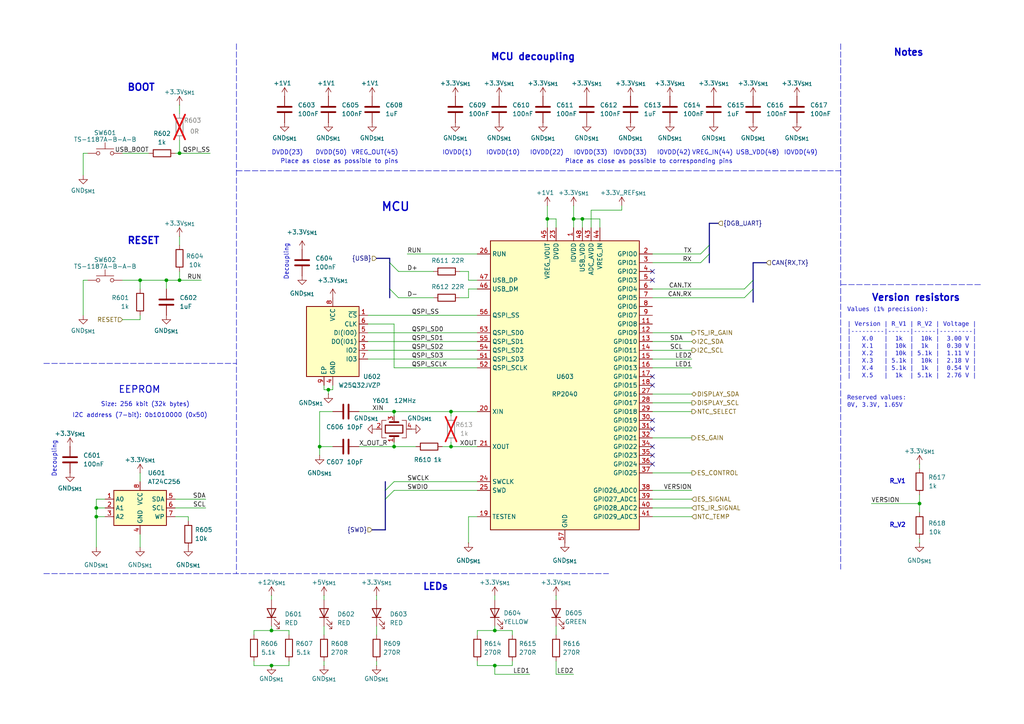
<source format=kicad_sch>
(kicad_sch (version 20231120) (generator "eeschema") (generator_version "8.0")
  (paper "A4")
  (title_block (title "Sensor multi-board") (date "2024-06-17") (rev "${VERSION}") (company "TrendBit s.r.o.") (comment 1 "Designed by: Petr Malaník"))
  (junction (at 143.51 193.04))
  (junction (at 168.91 63.5))
  (junction (at 166.37 63.5))
  (junction (at 130.81 129.54))
  (junction (at 27.94 149.86))
  (junction (at 114.3 119.38))
  (junction (at 52.07 81.28))
  (junction (at 52.07 44.45))
  (junction (at 266.7 146.05))
  (junction (at 92.71 129.54))
  (junction (at 143.51 182.88))
  (junction (at 95.25 113.03))
  (junction (at 78.74 193.04))
  (junction (at 130.81 119.38))
  (junction (at 27.94 147.32))
  (junction (at 78.74 182.88))
  (junction (at 158.75 63.5))
  (junction (at 48.26 81.28))
  (junction (at 40.64 81.28))
  (junction (at 114.3 129.54))
  (no_connect (at 189.23 111.76))
  (no_connect (at 189.23 124.46))
  (no_connect (at 189.23 81.28))
  (no_connect (at 189.23 78.74))
  (no_connect (at 189.23 109.22))
  (no_connect (at 189.23 132.08))
  (no_connect (at 189.23 134.62))
  (no_connect (at 189.23 121.92))
  (no_connect (at 189.23 129.54))
  (bus_entry (at 218.44 83.82) (size -2.54 2.54))
  (bus_entry (at 113.03 83.82) (size 2.54 2.54))
  (bus_entry (at 111.76 144.78) (size 2.54 -2.54))
  (bus_entry (at 113.03 76.2) (size 2.54 2.54))
  (bus_entry (at 205.74 73.66) (size -2.54 2.54))
  (bus_entry (at 111.76 142.24) (size 2.54 -2.54))
  (bus_entry (at 205.74 71.12) (size -2.54 2.54))
  (bus_entry (at 218.44 81.28) (size -2.54 2.54))
  (wire (pts (xy 138.43 193.04) (xy 138.43 191.77)))
  (wire (pts (xy 189.23 83.82) (xy 215.9 83.82)))
  (wire (pts (xy 52.07 78.74) (xy 52.07 81.28)))
  (wire (pts (xy 148.59 182.88) (xy 143.51 182.88)))
  (wire (pts (xy 166.37 63.5) (xy 168.91 63.5)))
  (wire (pts (xy 27.94 149.86) (xy 27.94 158.75)))
  (wire (pts (xy 50.8 147.32) (xy 59.69 147.32)))
  (wire (pts (xy 93.98 113.03) (xy 95.25 113.03)))
  (wire (pts (xy 189.23 137.16) (xy 200.66 137.16)))
  (wire (pts (xy 78.74 172.72) (xy 78.74 173.99)))
  (wire (pts (xy 109.22 172.72) (xy 109.22 173.99)))
  (bus (pts (xy 111.76 142.24) (xy 111.76 144.78)))
  (wire (pts (xy 266.7 143.51) (xy 266.7 146.05)))
  (wire (pts (xy 143.51 193.04) (xy 143.51 195.58)))
  (wire (pts (xy 106.68 93.98) (xy 114.3 93.98)))
  (wire (pts (xy 83.82 193.04) (xy 83.82 191.77)))
  (wire (pts (xy 266.7 146.05) (xy 266.7 148.59)))
  (bus (pts (xy 218.44 83.82) (xy 218.44 87.63)))
  (wire (pts (xy 143.51 182.88) (xy 143.51 181.61)))
  (wire (pts (xy 135.89 149.86) (xy 135.89 157.48)))
  (bus (pts (xy 111.76 144.78) (xy 111.76 153.67)))
  (wire (pts (xy 27.94 147.32) (xy 30.48 147.32)))
  (polyline (pts (xy 68.58 49.53) (xy 243.84 49.53)) (stroke (width 0) (type dash)))
  (wire (pts (xy 148.59 193.04) (xy 143.51 193.04)))
  (wire (pts (xy 52.07 30.48) (xy 52.07 33.02)))
  (wire (pts (xy 48.26 81.28) (xy 52.07 81.28)))
  (wire (pts (xy 114.3 93.98) (xy 114.3 106.68)))
  (wire (pts (xy 114.3 129.54) (xy 120.65 129.54)))
  (wire (pts (xy 114.3 119.38) (xy 114.3 120.65)))
  (wire (pts (xy 92.71 119.38) (xy 92.71 129.54)))
  (wire (pts (xy 266.7 134.62) (xy 266.7 135.89)))
  (wire (pts (xy 40.64 154.94) (xy 40.64 158.75)))
  (wire (pts (xy 96.52 111.76) (xy 96.52 113.03)))
  (wire (pts (xy 171.45 60.96) (xy 171.45 66.04)))
  (wire (pts (xy 104.14 119.38) (xy 114.3 119.38)))
  (wire (pts (xy 109.22 181.61) (xy 109.22 184.15)))
  (wire (pts (xy 180.34 59.69) (xy 180.34 60.96)))
  (wire (pts (xy 106.68 96.52) (xy 138.43 96.52)))
  (wire (pts (xy 133.35 78.74) (xy 135.89 78.74)))
  (wire (pts (xy 148.59 191.77) (xy 148.59 193.04)))
  (polyline (pts (xy 243.84 12.7) (xy 243.84 165.1)) (stroke (width 0) (type dash)))
  (wire (pts (xy 115.57 86.36) (xy 125.73 86.36)))
  (bus (pts (xy 218.44 81.28) (xy 218.44 83.82)))
  (wire (pts (xy 158.75 59.69) (xy 158.75 63.5)))
  (wire (pts (xy 135.89 83.82) (xy 135.89 86.36)))
  (wire (pts (xy 24.13 81.28) (xy 25.4 81.28)))
  (wire (pts (xy 73.66 182.88) (xy 73.66 184.15)))
  (wire (pts (xy 138.43 182.88) (xy 138.43 184.15)))
  (wire (pts (xy 114.3 139.7) (xy 138.43 139.7)))
  (wire (pts (xy 115.57 78.74) (xy 125.73 78.74)))
  (wire (pts (xy 148.59 184.15) (xy 148.59 182.88)))
  (bus (pts (xy 205.74 73.66) (xy 205.74 76.2)))
  (wire (pts (xy 189.23 144.78) (xy 200.66 144.78)))
  (wire (pts (xy 83.82 193.04) (xy 78.74 193.04)))
  (wire (pts (xy 93.98 172.72) (xy 93.98 173.99)))
  (wire (pts (xy 114.3 119.38) (xy 130.81 119.38)))
  (bus (pts (xy 107.95 153.67) (xy 111.76 153.67)))
  (wire (pts (xy 158.75 63.5) (xy 161.29 63.5)))
  (bus (pts (xy 208.28 64.77) (xy 205.74 64.77)))
  (wire (pts (xy 40.64 81.28) (xy 48.26 81.28)))
  (wire (pts (xy 106.68 101.6) (xy 138.43 101.6)))
  (wire (pts (xy 189.23 142.24) (xy 200.66 142.24)))
  (wire (pts (xy 25.4 44.45) (xy 24.13 44.45)))
  (wire (pts (xy 114.3 128.27) (xy 114.3 129.54)))
  (wire (pts (xy 54.61 149.86) (xy 54.61 151.13)))
  (wire (pts (xy 106.68 104.14) (xy 138.43 104.14)))
  (bus (pts (xy 113.03 83.82) (xy 113.03 86.36)))
  (wire (pts (xy 24.13 44.45) (xy 24.13 50.8)))
  (wire (pts (xy 189.23 99.06) (xy 200.66 99.06)))
  (wire (pts (xy 189.23 101.6) (xy 200.66 101.6)))
  (polyline (pts (xy 12.7 166.37) (xy 176.53 166.37)) (stroke (width 0) (type dash)))
  (wire (pts (xy 128.27 129.54) (xy 130.81 129.54)))
  (wire (pts (xy 96.52 113.03) (xy 95.25 113.03)))
  (wire (pts (xy 138.43 149.86) (xy 135.89 149.86)))
  (wire (pts (xy 161.29 191.77) (xy 161.29 195.58)))
  (wire (pts (xy 40.64 137.16) (xy 40.64 139.7)))
  (wire (pts (xy 73.66 193.04) (xy 73.66 191.77)))
  (wire (pts (xy 78.74 182.88) (xy 78.74 181.61)))
  (wire (pts (xy 109.22 191.77) (xy 109.22 193.04)))
  (bus (pts (xy 111.76 139.7) (xy 111.76 142.24)))
  (wire (pts (xy 52.07 81.28) (xy 58.42 81.28)))
  (wire (pts (xy 78.74 182.88) (xy 83.82 182.88)))
  (wire (pts (xy 130.81 119.38) (xy 138.43 119.38)))
  (wire (pts (xy 27.94 144.78) (xy 27.94 147.32)))
  (wire (pts (xy 35.56 92.71) (xy 40.64 92.71)))
  (wire (pts (xy 166.37 59.69) (xy 166.37 63.5)))
  (wire (pts (xy 92.71 129.54) (xy 96.52 129.54)))
  (bus (pts (xy 113.03 76.2) (xy 113.03 83.82)))
  (polyline (pts (xy 243.84 82.55) (xy 284.48 82.55)) (stroke (width 0) (type dash)))
  (wire (pts (xy 35.56 81.28) (xy 40.64 81.28)))
  (bus (pts (xy 218.44 76.2) (xy 218.44 81.28)))
  (wire (pts (xy 114.3 142.24) (xy 138.43 142.24)))
  (wire (pts (xy 168.91 63.5) (xy 168.91 66.04)))
  (wire (pts (xy 161.29 66.04) (xy 161.29 63.5)))
  (wire (pts (xy 138.43 182.88) (xy 143.51 182.88)))
  (wire (pts (xy 93.98 111.76) (xy 93.98 113.03)))
  (wire (pts (xy 153.67 195.58) (xy 143.51 195.58)))
  (wire (pts (xy 40.64 92.71) (xy 40.64 91.44)))
  (wire (pts (xy 161.29 181.61) (xy 161.29 184.15)))
  (wire (pts (xy 189.23 104.14) (xy 200.66 104.14)))
  (wire (pts (xy 200.66 119.38) (xy 189.23 119.38)))
  (wire (pts (xy 73.66 182.88) (xy 78.74 182.88)))
  (wire (pts (xy 114.3 106.68) (xy 138.43 106.68)))
  (wire (pts (xy 130.81 128.27) (xy 130.81 129.54)))
  (wire (pts (xy 180.34 60.96) (xy 171.45 60.96)))
  (polyline (pts (xy 12.7 105.41) (xy 68.58 105.41)) (stroke (width 0) (type dash)))
  (wire (pts (xy 50.8 149.86) (xy 54.61 149.86)))
  (bus (pts (xy 113.03 74.93) (xy 113.03 76.2)))
  (wire (pts (xy 138.43 81.28) (xy 135.89 81.28)))
  (wire (pts (xy 93.98 181.61) (xy 93.98 184.15)))
  (wire (pts (xy 130.81 119.38) (xy 130.81 120.65)))
  (wire (pts (xy 40.64 83.82) (xy 40.64 81.28)))
  (wire (pts (xy 135.89 81.28) (xy 135.89 78.74)))
  (wire (pts (xy 138.43 83.82) (xy 135.89 83.82)))
  (wire (pts (xy 189.23 76.2) (xy 203.2 76.2)))
  (wire (pts (xy 189.23 116.84) (xy 200.66 116.84)))
  (wire (pts (xy 200.66 96.52) (xy 189.23 96.52)))
  (wire (pts (xy 266.7 156.21) (xy 266.7 157.48)))
  (wire (pts (xy 52.07 40.64) (xy 52.07 44.45)))
  (bus (pts (xy 205.74 64.77) (xy 205.74 71.12)))
  (wire (pts (xy 189.23 149.86) (xy 200.66 149.86)))
  (wire (pts (xy 50.8 44.45) (xy 52.07 44.45)))
  (wire (pts (xy 24.13 81.28) (xy 24.13 91.44)))
  (wire (pts (xy 173.99 66.04) (xy 173.99 63.5)))
  (wire (pts (xy 104.14 129.54) (xy 114.3 129.54)))
  (wire (pts (xy 48.26 81.28) (xy 48.26 83.82)))
  (bus (pts (xy 222.25 76.2) (xy 218.44 76.2)))
  (wire (pts (xy 166.37 195.58) (xy 161.29 195.58)))
  (wire (pts (xy 168.91 63.5) (xy 173.99 63.5)))
  (wire (pts (xy 92.71 129.54) (xy 92.71 132.08)))
  (wire (pts (xy 106.68 99.06) (xy 138.43 99.06)))
  (wire (pts (xy 189.23 86.36) (xy 215.9 86.36)))
  (wire (pts (xy 27.94 147.32) (xy 27.94 149.86)))
  (wire (pts (xy 252.73 146.05) (xy 266.7 146.05)))
  (wire (pts (xy 106.68 91.44) (xy 138.43 91.44)))
  (wire (pts (xy 189.23 106.68) (xy 200.66 106.68)))
  (wire (pts (xy 52.07 68.58) (xy 52.07 71.12)))
  (wire (pts (xy 83.82 182.88) (xy 83.82 184.15)))
  (wire (pts (xy 189.23 73.66) (xy 203.2 73.66)))
  (wire (pts (xy 189.23 127) (xy 200.66 127)))
  (wire (pts (xy 130.81 129.54) (xy 138.43 129.54)))
  (wire (pts (xy 118.11 73.66) (xy 138.43 73.66)))
  (wire (pts (xy 161.29 172.72) (xy 161.29 173.99)))
  (wire (pts (xy 73.66 193.04) (xy 78.74 193.04)))
  (wire (pts (xy 189.23 114.3) (xy 200.66 114.3)))
  (bus (pts (xy 205.74 71.12) (xy 205.74 73.66)))
  (wire (pts (xy 143.51 172.72) (xy 143.51 173.99)))
  (wire (pts (xy 27.94 149.86) (xy 30.48 149.86)))
  (wire (pts (xy 96.52 119.38) (xy 92.71 119.38)))
  (wire (pts (xy 35.56 44.45) (xy 43.18 44.45)))
  (wire (pts (xy 189.23 147.32) (xy 200.66 147.32)))
  (wire (pts (xy 158.75 63.5) (xy 158.75 66.04)))
  (wire (pts (xy 135.89 86.36) (xy 133.35 86.36)))
  (wire (pts (xy 166.37 66.04) (xy 166.37 63.5)))
  (wire (pts (xy 138.43 193.04) (xy 143.51 193.04)))
  (wire (pts (xy 93.98 191.77) (xy 93.98 193.04)))
  (wire (pts (xy 52.07 44.45) (xy 60.96 44.45)))
  (bus (pts (xy 109.22 74.93) (xy 113.03 74.93)))
  (wire (pts (xy 30.48 144.78) (xy 27.94 144.78)))
  (polyline (pts (xy 68.58 12.7) (xy 68.58 166.37)) (stroke (width 0) (type dash)))
  (wire (pts (xy 95.25 113.03) (xy 95.25 114.3)))
  (wire (pts (xy 50.8 144.78) (xy 59.69 144.78)))
  (text "DVDD(50)" (at 91.44 45.085 0) (effects (font (size 1.27 1.27)) (justify left bottom)))
  (text "R_V2" (at 260.35 152.4 0) (effects (font (size 1.27 1.27) (bold yes))))
  (text "IOVDD(22)" (at 153.67 45.085 0) (effects (font (size 1.27 1.27)) (justify left bottom)))
  (text "BOOT" (at 36.83 26.67 0) (effects (font (size 2 2) (thickness 0.4) (bold yes)) (justify left bottom)))
  (text "USB_VDD(48)" (at 213.36 45.085 0) (effects (font (size 1.27 1.27)) (justify left bottom)))
  (text "IOVDD(1)" (at 128.27 45.085 0) (effects (font (size 1.27 1.27)) (justify left bottom)))
  (text "EEPROM" (at 34.29 114.3 0) (effects (font (size 2 2) (thickness 0.254) (bold yes)) (justify left bottom)))
  (text "MCU" (at 110.49 61.595 0) (effects (font (size 2.5 2.5) (thickness 0.4) (bold yes)) (justify left bottom)))
  (text "I2C address (7-bit): 0b1010000 (0x50)" (at 20.955 121.285 0) (effects (font (size 1.27 1.27)) (justify left bottom)))
  (text "IOVDD(33)" (at 166.37 45.085 0) (effects (font (size 1.27 1.27)) (justify left bottom)))
  (text "Version resistors" (at 252.73 87.63 0) (effects (font (size 2 2) (thickness 0.4) (bold yes)) (justify left bottom)))
  (text "R_V1" (at 260.35 139.7 0) (effects (font (size 1.27 1.27) (bold yes))))
  (text "IOVDD(42)" (at 190.5 45.085 0) (effects (font (size 1.27 1.27)) (justify left bottom)))
  (text "VREG_OUT(45)" (at 115.57 45.085 0) (effects (font (size 1.27 1.27)) (justify right bottom)))
  (text "Decoupling" (at 83.82 81.28 90) (effects (font (size 1.27 1.27)) (justify left bottom)))
  (text "VREG_IN(44)" (at 200.66 45.085 0) (effects (font (size 1.27 1.27)) (justify left bottom)))
  (text "Decoupling" (at 16.51 138.43 90) (effects (font (size 1.27 1.27)) (justify left bottom)))
  (text "IOVDD(49)" (at 227.33 45.085 0) (effects (font (size 1.27 1.27)) (justify left bottom)))
  (text "Place as close as possible to pins" (at 81.28 47.625 0) (effects (font (size 1.27 1.27)) (justify left bottom)))
  (text "IOVDD(33)" (at 177.8 45.085 0) (effects (font (size 1.27 1.27)) (justify left bottom)))
  (text "Values (1% precision):\n\n| Version | R_V1 | R_V2 | Voltage |\n|---------|------|------|---------|\n|   X.0   |  1k  |  10k |  3.00 V |\n|   X.1   |  10k |  1k  |  0.30 V |\n|   X.2   |  10k | 5.1k |  1.11 V |\n|   X.3   | 5.1k |  10k |  2.18 V |\n|   X.4   | 5.1k |  1k  |  0.54 V |\n|   X.5   |  1k  | 5.1k |  2.76 V |\n\n\nReserved values:\n0V, 3.3V, 1.65V" (at 245.745 118.745 0) (effects (font (size 1.27 1.27)) (justify left bottom)))
  (text "Notes" (at 259.08 16.51 0) (effects (font (size 2 2) (thickness 0.4) (bold yes)) (justify left bottom)))
  (text "Size: 256 kbit (32k bytes)" (at 29.21 118.11 0) (effects (font (size 1.27 1.27)) (justify left bottom)))
  (text "LEDs" (at 122.555 171.45 0) (effects (font (size 2 2) (thickness 0.4) (bold yes)) (justify left bottom)))
  (text "DVDD(23)" (at 78.74 45.085 0) (effects (font (size 1.27 1.27)) (justify left bottom)))
  (text "MCU decoupling" (at 142.24 17.78 0) (effects (font (size 2 2) (thickness 0.4) (bold yes)) (justify left bottom)))
  (text "RESET" (at 36.83 71.12 0) (effects (font (size 2 2) (thickness 0.4) (bold yes)) (justify left bottom)))
  (text "Place as close as possible to corresponding pins" (at 163.83 47.625 0) (effects (font (size 1.27 1.27)) (justify left bottom)))
  (text "IOVDD(10)" (at 140.97 45.085 0) (effects (font (size 1.27 1.27)) (justify left bottom)))
  (label "SWDIO" (at 118.11 142.24 0))
  (label "D-" (at 118.11 86.36 0))
  (label "RUN" (at 118.11 73.66 0))
  (label "LED2" (at 166.37 195.58 180))
  (label "QSPI_SD1" (at 119.38 99.06 0))
  (label "SDA" (at 59.69 144.78 180))
  (label "X_OUT_R" (at 104.14 129.54 0))
  (label "SWCLK" (at 118.11 139.7 0))
  (label "CAN.RX" (at 200.66 86.36 180))
  (label "SCL" (at 194.31 101.6 0))
  (label "CAN.TX" (at 200.66 83.82 180))
  (label "LED1" (at 153.67 195.58 180))
  (label "QSPI_SCLK" (at 119.38 106.68 0))
  (label "QSPI_SS" (at 119.38 91.44 0))
  (label "TX" (at 200.66 73.66 180))
  (label "RX" (at 200.66 76.2 180))
  (label "XOUT" (at 133.35 129.54 0))
  (label "LED2" (at 200.66 104.14 180))
  (label "QSPI_SD3" (at 119.38 104.14 0))
  (label "D+" (at 118.11 78.74 0))
  (label "QSPI_SD2" (at 119.38 101.6 0))
  (label "SCL" (at 59.69 147.32 180))
  (label "QSPI_SS" (at 60.96 44.45 180))
  (label "RUN" (at 58.42 81.28 180))
  (label "VERSION" (at 200.66 142.24 180))
  (label "SDA" (at 194.31 99.06 0))
  (label "QSPI_SD0" (at 119.38 96.52 0))
  (label "LED1" (at 200.66 106.68 180))
  (label "VERSION" (at 252.73 146.05 0))
  (label "USB_BOOT" (at 43.18 44.45 180))
  (label "XIN" (at 107.95 119.38 0))
  (hierarchical_label "TS_IR_SIGNAL" (shape input) (at 200.66 147.32 0))
  (hierarchical_label "ES_SIGNAL" (shape input) (at 200.66 144.78 0))
  (hierarchical_label "{SWD}" (shape input) (at 107.95 153.67 180))
  (hierarchical_label "ES_CONTROL" (shape output) (at 200.66 137.16 0))
  (hierarchical_label "TS_IR_GAIN" (shape output) (at 200.66 96.52 0))
  (hierarchical_label "CAN{RX,TX}" (shape input) (at 222.25 76.2 0))
  (hierarchical_label "I2C_SDA" (shape bidirectional) (at 200.66 99.06 0))
  (hierarchical_label "{DGB_UART}" (shape input) (at 208.28 64.77 0))
  (hierarchical_label "NTC_SELECT" (shape output) (at 200.66 119.38 0))
  (hierarchical_label "I2C_SCL" (shape output) (at 200.66 101.6 0))
  (hierarchical_label "DISPLAY_SCL" (shape output) (at 200.66 116.84 0))
  (hierarchical_label "ES_GAIN" (shape output) (at 200.66 127 0))
  (hierarchical_label "NTC_TEMP" (shape input) (at 200.66 149.86 0))
  (hierarchical_label "RESET" (shape input) (at 35.56 92.71 180))
  (hierarchical_label "DISPLAY_SDA" (shape bidirectional) (at 200.66 114.3 0))
  (hierarchical_label "{USB}" (shape input) (at 109.22 74.93 180))
  (symbol (lib_id "power:+3.3V") (at 52.07 68.58 0) (unit 1)
    (property "Reference" "#PWR0610" (effects (hide yes)))
    (property "Value" "+3.3V_{SM1}" (at 52.07 64.77 0))
    (property "Description" "Power symbol creates a global label with name \"+3.3V\"" (effects (hide yes)))
  )
  (symbol (lib_id "Device:LED") (at 93.98 177.8 90) (unit 1)
    (property "Reference" "D602" (at 97.79 178.1175 90) (effects (justify right)))
    (property "Value" "RED" (at 97.79 180.6575 90) (effects (justify right)))
    (property "Footprint" "LED_SMD:LED_0603_1608Metric" (effects (hide yes)))
    (property "Link" "https://cz.mouser.com/ProductDetail/755-SML-D12V8WT86" (effects (hide yes)))
    (property "MPN" "KT-0603R" (effects (hide yes)))
    (property "JLCPCB" "C2286" (effects (hide yes)))
    (property "MPNA" "SML-D12V8WT86 " (effects (hide yes)))
    (property "Mouser" "https://cz.mouser.com/ProductDetail/ROHM-Semiconductor/SML-D12V8WT86?qs=4kLU8WoGk0uh2PhEoCCv1w%3D%3D" (effects (hide yes)))
    (property "LCSC" "C2286" (effects (hide yes)))
  )
  (symbol (lib_id "power:GND") (at 78.74 193.04 0) (unit 1)
    (property "Reference" "#PWR0613" (effects (hide yes)))
    (property "Value" "GND_{SM1}" (at 78.74 196.85 0))
    (property "Description" "Power symbol creates a global label with name \"GND\" , ground" (effects (hide yes)))
  )
  (symbol (lib_id "power:GND") (at 27.94 158.75 0) (unit 1)
    (property "Reference" "#PWR0605" (effects (hide yes)))
    (property "Value" "GND_{SM1}" (at 27.94 163.83 0))
    (property "Description" "Power symbol creates a global label with name \"GND\" , ground" (effects (hide yes)))
  )
  (symbol (lib_id "Switch:SW_Push") (at 30.48 81.28 0) (unit 1)
    (property "Reference" "SW602" (at 30.48 75.3491 0))
    (property "Value" "TS-1187A-B-A-B" (at 30.48 77.2701 0))
    (property "Footprint" "Button_Switch_SMD:SW_SPST_TL3342" (effects (hide yes)))
    (property "LCSC" "C318884" (effects (hide yes)))
    (property "MPN" "TS-1187A-B-A-B" (effects (hide yes)))
  )
  (symbol (lib_id "Device:C") (at 218.44 31.75 0) (unit 1)
    (property "Reference" "C616" (at 222.25 30.4799 0) (effects (justify left)))
    (property "Value" "100nF" (at 222.25 33.0199 0) (effects (justify left)))
    (property "Footprint" "Capacitor_SMD:C_0603_1608Metric" (effects (hide yes)))
    (property "Description" "Unpolarized capacitor" (effects (hide yes)))
    (property "LCSC" "C14663" (effects (hide yes)))
  )
  (symbol (lib_id "Device:R") (at 93.98 187.96 0) (unit 1)
    (property "Reference" "R608" (at 95.885 186.69 0) (effects (justify left)))
    (property "Value" "270R" (at 95.885 189.23 0) (effects (justify left)))
    (property "Footprint" "Resistor_SMD:R_0603_1608Metric" (effects (hide yes)))
    (property "LCSC" "C22966" (effects (hide yes)))
  )
  (symbol (lib_id "power:GND") (at 207.01 35.56 0) (unit 1)
    (property "Reference" "#PWR0651" (effects (hide yes)))
    (property "Value" "GND_{SM1}" (at 207.01 40.005 0))
    (property "Description" "Power symbol creates a global label with name \"GND\" , ground" (effects (hide yes)))
  )
  (symbol (lib_id "Device:R") (at 83.82 187.96 180) (unit 1)
    (property "Reference" "R607" (at 90.805 186.69 0) (effects (justify left)))
    (property "Value" "5.1k" (at 90.17 189.23 0) (effects (justify left)))
    (property "Footprint" "Resistor_SMD:R_0603_1608Metric" (effects (hide yes)))
    (property "LCSC" "C122969" (effects (hide yes)))
  )
  (symbol (lib_id "power:GND") (at 20.32 137.16 0) (unit 1)
    (property "Reference" "#PWR0602" (effects (hide yes)))
    (property "Value" "GND_{SM1}" (at 20.32 141.605 0))
    (property "Description" "Power symbol creates a global label with name \"GND\" , ground" (effects (hide yes)))
  )
  (symbol (lib_id "Device:R") (at 73.66 187.96 180) (unit 1)
    (property "Reference" "R606" (at 80.645 186.69 0) (effects (justify left)))
    (property "Value" "5.1k" (at 80.01 189.23 0) (effects (justify left)))
    (property "Footprint" "Resistor_SMD:R_0603_1608Metric" (effects (hide yes)))
    (property "LCSC" "C122969" (effects (hide yes)))
  )
  (symbol (lib_id "power:GND") (at 92.71 132.08 0) (unit 1)
    (property "Reference" "#PWR0618" (effects (hide yes)))
    (property "Value" "GND_{SM1}" (at 92.71 137.16 0))
    (property "Description" "Power symbol creates a global label with name \"GND\" , ground" (effects (hide yes)))
  )
  (symbol (lib_id "power:GND") (at 163.83 157.48 0) (unit 1)
    (property "Reference" "#PWR0641" (effects (hide yes)))
    (property "Value" "GND_{SM1}" (at 163.83 162.56 0))
    (property "Description" "Power symbol creates a global label with name \"GND\" , ground" (effects (hide yes)))
  )
  (symbol (lib_id "power:GND") (at 40.64 158.75 0) (unit 1)
    (property "Reference" "#PWR0607" (effects (hide yes)))
    (property "Value" "GND_{SM1}" (at 40.64 163.83 0))
    (property "Description" "Power symbol creates a global label with name \"GND\" , ground" (effects (hide yes)))
  )
  (symbol (lib_id "power:+3.3V") (at 161.29 172.72 0) (unit 1)
    (property "Reference" "#PWR0640" (effects (hide yes)))
    (property "Value" "+3.3V_{SM1}" (at 161.29 168.91 0))
    (property "Description" "Power symbol creates a global label with name \"+3.3V\"" (effects (hide yes)))
  )
  (symbol (lib_id "Device:R") (at 148.59 187.96 0) (unit 1)
    (property "Reference" "R615" (at 150.495 186.69 0) (effects (justify left)))
    (property "Value" "270R" (at 150.495 189.23 0) (effects (justify left)))
    (property "Footprint" "Resistor_SMD:R_0603_1608Metric" (effects (hide yes)))
    (property "LCSC" "C22966" (effects (hide yes)))
  )
  (symbol (lib_id "power:+3.3V") (at 109.22 172.72 0) (unit 1)
    (property "Reference" "#PWR0628" (effects (hide yes)))
    (property "Value" "+3.3V_{SM1}" (at 109.22 168.91 0))
    (property "Description" "Power symbol creates a global label with name \"+3.3V\"" (effects (hide yes)))
  )
  (symbol (lib_name "LED_1") (lib_id "Device:LED") (at 161.29 177.8 90) (unit 1)
    (property "Reference" "D605" (at 163.83 177.8 90) (effects (justify right)))
    (property "Value" "GREEN" (at 163.83 180.34 90) (effects (justify right)))
    (property "Footprint" "LED_SMD:LED_0603_1608Metric" (effects (hide yes)))
    (property "LCSC" "C2986059" (effects (hide yes)))
    (property "MPN" "19-217/GHC-YR1S2/6T" (effects (hide yes)))
  )
  (symbol (lib_id "power:GND") (at 24.13 50.8 0) (unit 1)
    (property "Reference" "#PWR0603" (effects (hide yes)))
    (property "Value" "GND_{SM1}" (at 24.13 55.245 0))
    (property "Description" "Power symbol creates a global label with name \"GND\" , ground" (effects (hide yes)))
  )
  (symbol (lib_id "Device:R") (at 129.54 78.74 270) (mirror x) (unit 1)
    (property "Reference" "R611" (at 125.095 75.565 90) (effects (justify left)))
    (property "Value" "22R" (at 130.81 75.565 90) (effects (justify left)))
    (property "Footprint" "Resistor_SMD:R_0603_1608Metric" (effects (hide yes)))
    (property "LCSC" "C23345" (effects (hide yes)))
  )
  (symbol (lib_id "power:GND") (at 82.55 35.56 0) (unit 1)
    (property "Reference" "#PWR0615" (effects (hide yes)))
    (property "Value" "GND_{SM1}" (at 82.55 40.005 0))
    (property "Description" "Power symbol creates a global label with name \"GND\" , ground" (effects (hide yes)))
  )
  (symbol (lib_id "power:GND") (at 87.63 80.01 0) (unit 1)
    (property "Reference" "#PWR0617" (effects (hide yes)))
    (property "Value" "GND_{SM1}" (at 87.63 85.09 0))
    (property "Description" "Power symbol creates a global label with name \"GND\" , ground" (effects (hide yes)))
  )
  (symbol (lib_id "Device:R") (at 40.64 87.63 180) (unit 1)
    (property "Reference" "R601" (at 37.465 86.36 0) (effects (justify left)))
    (property "Value" "1k" (at 37.465 88.9 0) (effects (justify left)))
    (property "Footprint" "Resistor_SMD:R_0603_1608Metric" (effects (hide yes)))
    (property "LCSC" "C21190" (effects (hide yes)))
  )
  (symbol (lib_id "Device:R") (at 124.46 129.54 270) (mirror x) (unit 1)
    (property "Reference" "R610" (at 120.015 133.35 90) (effects (justify left)))
    (property "Value" "1k" (at 125.73 133.35 90) (effects (justify left)))
    (property "Footprint" "Resistor_SMD:R_0603_1608Metric" (effects (hide yes)))
    (property "LCSC" "C21190" (effects (hide yes)))
  )
  (symbol (lib_id "Device:C") (at 100.33 129.54 90) (unit 1)
    (property "Reference" "C607" (at 99.695 133.985 90) (effects (justify left)))
    (property "Value" "10pF" (at 105.41 133.985 90) (effects (justify left)))
    (property "Footprint" "Capacitor_SMD:C_0603_1608Metric" (effects (hide yes)))
    (property "Description" "Unpolarized capacitor" (effects (hide yes)))
    (property "LCSC" "C1634" (effects (hide yes)))
  )
  (symbol (lib_id "power:+3.3V") (at 87.63 72.39 0) (unit 1)
    (property "Reference" "#PWR0616" (effects (hide yes)))
    (property "Value" "+3.3V_{SM1}" (at 87.63 67.31 0))
    (property "Description" "Power symbol creates a global label with name \"+3.3V\"" (effects (hide yes)))
  )
  (symbol (lib_id "power:+3.3V") (at 20.32 129.54 0) (unit 1)
    (property "Reference" "#PWR0601" (effects (hide yes)))
    (property "Value" "+3.3V_{SM1}" (at 20.32 125.73 0))
    (property "Description" "Power symbol creates a global label with name \"+3.3V\"" (effects (hide yes)))
  )
  (symbol (lib_id "power:GND") (at 144.78 35.56 0) (unit 1)
    (property "Reference" "#PWR0636" (effects (hide yes)))
    (property "Value" "GND_{SM1}" (at 144.78 40.005 0))
    (property "Description" "Power symbol creates a global label with name \"GND\" , ground" (effects (hide yes)))
  )
  (symbol (lib_id "power:+3.3V") (at 194.31 27.94 0) (unit 1)
    (property "Reference" "#PWR0648" (effects (hide yes)))
    (property "Value" "+3.3V_{SM1}" (at 194.31 24.13 0))
    (property "Description" "Power symbol creates a global label with name \"+3.3V\"" (effects (hide yes)))
  )
  (symbol (lib_id "power:+3.3V") (at 144.78 27.94 0) (unit 1)
    (property "Reference" "#PWR0635" (effects (hide yes)))
    (property "Value" "+3.3V_{SM1}" (at 144.78 24.13 0))
    (property "Description" "Power symbol creates a global label with name \"+3.3V\"" (effects (hide yes)))
  )
  (symbol (lib_id "power:+3.3V") (at 182.88 27.94 0) (unit 1)
    (property "Reference" "#PWR0646" (effects (hide yes)))
    (property "Value" "+3.3V_{SM1}" (at 182.88 24.13 0))
    (property "Description" "Power symbol creates a global label with name \"+3.3V\"" (effects (hide yes)))
  )
  (symbol (lib_id "Device:C") (at 95.25 31.75 0) (unit 1)
    (property "Reference" "C605" (at 99.06 30.4799 0) (effects (justify left)))
    (property "Value" "100nF" (at 99.06 33.0199 0) (effects (justify left)))
    (property "Footprint" "Capacitor_SMD:C_0603_1608Metric" (effects (hide yes)))
    (property "Description" "Unpolarized capacitor" (effects (hide yes)))
    (property "LCSC" "C14663" (effects (hide yes)))
  )
  (symbol (lib_id "power:GND") (at 24.13 91.44 0) (unit 1)
    (property "Reference" "#PWR0604" (effects (hide yes)))
    (property "Value" "GND_{SM1}" (at 24.13 95.885 0))
    (property "Description" "Power symbol creates a global label with name \"GND\" , ground" (effects (hide yes)))
  )
  (symbol (lib_id "power:GND") (at 231.14 35.56 0) (unit 1)
    (property "Reference" "#PWR0655" (effects (hide yes)))
    (property "Value" "GND_{SM1}" (at 231.14 40.005 0))
    (property "Description" "Power symbol creates a global label with name \"GND\" , ground" (effects (hide yes)))
  )
  (symbol (lib_id "Memory_EEPROM:CAT24C256") (at 40.64 147.32 0) (unit 1)
    (property "Reference" "U601" (at 42.8341 137.16 0) (effects (justify left)))
    (property "Value" "AT24C256" (at 42.8341 139.7 0) (effects (justify left)))
    (property "Footprint" "Package_SO:SOIC-8_3.9x4.9mm_P1.27mm" (effects (hide yes)))
    (property "Datasheet" "https://www.onsemi.cn/PowerSolutions/document/CAT24C256-D.PDF" (effects (hide yes)))
    (property "Description" "256 kb CMOS Serial EEPROM, DIP-8/SOIC-8/TSSOP-8/DFN-8" (effects (hide yes)))
    (property "LCSC" "C6482" (effects (hide yes)))
    (property "MPN" "AT24C256C-SSHL-T" (effects (hide yes)))
  )
  (symbol (lib_id "Device:C") (at 170.18 31.75 0) (unit 1)
    (property "Reference" "C612" (at 173.99 30.4799 0) (effects (justify left)))
    (property "Value" "100nF" (at 173.99 33.0199 0) (effects (justify left)))
    (property "Footprint" "Capacitor_SMD:C_0603_1608Metric" (effects (hide yes)))
    (property "Description" "Unpolarized capacitor" (effects (hide yes)))
    (property "LCSC" "C14663" (effects (hide yes)))
  )
  (symbol (lib_id "power:GND") (at 132.08 35.56 0) (unit 1)
    (property "Reference" "#PWR0632" (effects (hide yes)))
    (property "Value" "GND_{SM1}" (at 132.08 40.005 0))
    (property "Description" "Power symbol creates a global label with name \"GND\" , ground" (effects (hide yes)))
  )
  (symbol (lib_id "Device:C") (at 182.88 31.75 0) (unit 1)
    (property "Reference" "C613" (at 186.69 30.4799 0) (effects (justify left)))
    (property "Value" "1uF" (at 186.69 33.0199 0) (effects (justify left)))
    (property "Footprint" "Capacitor_SMD:C_0603_1608Metric" (effects (hide yes)))
    (property "Description" "Unpolarized capacitor" (effects (hide yes)))
    (property "LCSC" "C15849" (effects (hide yes)))
  )
  (symbol (lib_id "Device:R") (at 266.7 139.7 0) (mirror y) (unit 1)
    (property "Reference" "R617" (at 274.32 138.43 0) (effects (justify left)))
    (property "Value" "1k" (at 271.78 140.97 0) (effects (justify left)))
    (property "Footprint" "Resistor_SMD:R_0603_1608Metric" (effects (hide yes)))
    (property "LCSC" "C21190" (effects (hide yes)))
  )
  (symbol (lib_id "power:GND") (at 109.22 193.04 0) (unit 1)
    (property "Reference" "#PWR0629" (effects (hide yes)))
    (property "Value" "GND_{SM1}" (at 109.22 196.85 0))
    (property "Description" "Power symbol creates a global label with name \"GND\" , ground" (effects (hide yes)))
  )
  (symbol (lib_id "Device:C") (at 100.33 119.38 90) (unit 1)
    (property "Reference" "C606" (at 99.695 123.825 90) (effects (justify left)))
    (property "Value" "10pF" (at 105.41 123.825 90) (effects (justify left)))
    (property "Footprint" "Capacitor_SMD:C_0603_1608Metric" (effects (hide yes)))
    (property "Description" "Unpolarized capacitor" (effects (hide yes)))
    (property "LCSC" "C1634" (effects (hide yes)))
  )
  (symbol (lib_id "Device:C") (at 107.95 31.75 0) (unit 1)
    (property "Reference" "C608" (at 111.76 30.4799 0) (effects (justify left)))
    (property "Value" "1uF" (at 111.76 33.0199 0) (effects (justify left)))
    (property "Footprint" "Capacitor_SMD:C_0603_1608Metric" (effects (hide yes)))
    (property "Description" "Unpolarized capacitor" (effects (hide yes)))
    (property "LCSC" "C15849" (effects (hide yes)))
  )
  (symbol (lib_id "power:GND") (at 109.22 124.46 270) (unit 1)
    (property "Reference" "#PWR0627" (effects (hide yes)))
    (property "Value" "GND_{SM1}" (at 109.855 121.285 90) (effects (justify right)))
    (property "Description" "Power symbol creates a global label with name \"GND\" , ground" (effects (hide yes)))
  )
  (symbol (lib_id "Device:C") (at 194.31 31.75 0) (unit 1)
    (property "Reference" "C614" (at 198.12 30.4799 0) (effects (justify left)))
    (property "Value" "100nF" (at 198.12 33.0199 0) (effects (justify left)))
    (property "Footprint" "Capacitor_SMD:C_0603_1608Metric" (effects (hide yes)))
    (property "Description" "Unpolarized capacitor" (effects (hide yes)))
    (property "LCSC" "C14663" (effects (hide yes)))
  )
  (symbol (lib_id "power:GND") (at 48.26 91.44 0) (unit 1)
    (property "Reference" "#PWR0608" (effects (hide yes)))
    (property "Value" "GND_{SM1}" (at 48.26 95.885 0))
    (property "Description" "Power symbol creates a global label with name \"GND\" , ground" (effects (hide yes)))
  )
  (symbol (lib_id "power:+5V") (at 93.98 172.72 0) (unit 1)
    (property "Reference" "#PWR0619" (effects (hide yes)))
    (property "Value" "+5V_{SM1}" (at 93.98 168.91 0))
    (property "Description" "Power symbol creates a global label with name \"+5V\"" (effects (hide yes)))
  )
  (symbol (lib_id "Device:R") (at 130.81 124.46 0) (mirror y) (unit 1) (in_bom no) (dnp yes)
    (property "Reference" "R613" (at 137.16 123.19 0) (effects (justify left)))
    (property "Value" "1k" (at 135.89 125.73 0) (effects (justify left)))
    (property "Footprint" "Resistor_SMD:R_0603_1608Metric" (effects (hide yes)))
    (property "LCSC" "C21190" (effects (hide yes)))
  )
  (symbol (lib_id "power:GND") (at 157.48 35.56 0) (unit 1)
    (property "Reference" "#PWR0638" (effects (hide yes)))
    (property "Value" "GND_{SM1}" (at 157.48 40.005 0))
    (property "Description" "Power symbol creates a global label with name \"GND\" , ground" (effects (hide yes)))
  )
  (symbol (lib_id "power:+3.3V") (at 157.48 27.94 0) (unit 1)
    (property "Reference" "#PWR0637" (effects (hide yes)))
    (property "Value" "+3.3V_{SM1}" (at 157.48 24.13 0))
    (property "Description" "Power symbol creates a global label with name \"+3.3V\"" (effects (hide yes)))
  )
  (symbol (lib_id "power:GND") (at 95.25 114.3 0) (unit 1)
    (property "Reference" "#PWR0623" (effects (hide yes)))
    (property "Value" "GND_{SM1}" (at 90.17 116.84 0))
    (property "Description" "Power symbol creates a global label with name \"GND\" , ground" (effects (hide yes)))
  )
  (symbol (lib_id "power:+1V1") (at 158.75 59.69 0) (unit 1)
    (property "Reference" "#PWR0639" (effects (hide yes)))
    (property "Value" "+1V1" (at 158.115 55.88 0))
    (property "Description" "Power symbol creates a global label with name \"+1V1\"" (effects (hide yes)))
  )
  (symbol (lib_id "power:+3.3V") (at 207.01 27.94 0) (unit 1)
    (property "Reference" "#PWR0650" (effects (hide yes)))
    (property "Value" "+3.3V_{SM1}" (at 207.01 24.13 0))
    (property "Description" "Power symbol creates a global label with name \"+3.3V\"" (effects (hide yes)))
  )
  (symbol (lib_id "power:+3.3V") (at 266.7 134.62 0) (unit 1)
    (property "Reference" "#PWR0656" (effects (hide yes)))
    (property "Value" "+3.3V_{SM1}" (at 266.7 130.81 0))
    (property "Description" "Power symbol creates a global label with name \"+3.3V\"" (effects (hide yes)))
  )
  (symbol (lib_id "power:+3.3V") (at 218.44 27.94 0) (unit 1)
    (property "Reference" "#PWR0652" (effects (hide yes)))
    (property "Value" "+3.3V_{SM1}" (at 218.44 24.13 0))
    (property "Description" "Power symbol creates a global label with name \"+3.3V\"" (effects (hide yes)))
  )
  (symbol (lib_id "power:GND") (at 194.31 35.56 0) (unit 1)
    (property "Reference" "#PWR0649" (effects (hide yes)))
    (property "Value" "GND_{SM1}" (at 194.31 40.005 0))
    (property "Description" "Power symbol creates a global label with name \"GND\" , ground" (effects (hide yes)))
  )
  (symbol (lib_id "Device:R") (at 129.54 86.36 270) (mirror x) (unit 1)
    (property "Reference" "R612" (at 125.095 83.185 90) (effects (justify left)))
    (property "Value" "22R" (at 130.81 83.185 90) (effects (justify left)))
    (property "Footprint" "Resistor_SMD:R_0603_1608Metric" (effects (hide yes)))
    (property "LCSC" "C23345" (effects (hide yes)))
  )
  (symbol (lib_id "power:+3.3V") (at 231.14 27.94 0) (unit 1)
    (property "Reference" "#PWR0654" (effects (hide yes)))
    (property "Value" "+3.3V_{SM1}" (at 231.14 24.13 0))
    (property "Description" "Power symbol creates a global label with name \"+3.3V\"" (effects (hide yes)))
  )
  (symbol (lib_id "power:+1V1") (at 107.95 27.94 0) (unit 1)
    (property "Reference" "#PWR0625" (effects (hide yes)))
    (property "Value" "+1V1" (at 107.315 24.13 0))
    (property "Description" "Power symbol creates a global label with name \"+1V1\"" (effects (hide yes)))
  )
  (symbol (lib_id "Device:R") (at 54.61 154.94 0) (unit 1)
    (property "Reference" "R605" (at 56.515 153.67 0) (effects (justify left)))
    (property "Value" "10k" (at 56.515 156.21 0) (effects (justify left)))
    (property "Footprint" "Resistor_SMD:R_0603_1608Metric" (effects (hide yes)))
    (property "LCSC" "C25804" (effects (hide yes)))
  )
  (symbol (lib_id "Memory_Flash:W25Q32JVZP") (at 96.52 99.06 0) (mirror y) (unit 1)
    (property "Reference" "U602" (at 110.49 109.22 0) (effects (justify left)))
    (property "Value" "W25Q32JVZP" (at 110.49 111.76 0) (effects (justify left)))
    (property "Footprint" "Package_SON:WSON-8-1EP_6x5mm_P1.27mm_EP3.4x4.3mm" (effects (hide yes)))
    (property "Datasheet" "http://www.winbond.com/resource-files/w25q32jv%20revg%2003272018%20plus.pdf" (effects (hide yes)))
    (property "LCSC" "C571260" (effects (hide yes)))
    (property "MPN" "W25Q32JVZPIQ" (effects (hide yes)))
  )
  (symbol (lib_id "Device:C") (at 144.78 31.75 0) (unit 1)
    (property "Reference" "C610" (at 148.59 30.4799 0) (effects (justify left)))
    (property "Value" "100nF" (at 148.59 33.0199 0) (effects (justify left)))
    (property "Footprint" "Capacitor_SMD:C_0603_1608Metric" (effects (hide yes)))
    (property "Description" "Unpolarized capacitor" (effects (hide yes)))
    (property "LCSC" "C14663" (effects (hide yes)))
  )
  (symbol (lib_id "power:GND") (at 93.98 193.04 0) (unit 1)
    (property "Reference" "#PWR0620" (effects (hide yes)))
    (property "Value" "GND_{SM1}" (at 93.98 196.85 0))
    (property "Description" "Power symbol creates a global label with name \"GND\" , ground" (effects (hide yes)))
  )
  (symbol (lib_id "Device:R") (at 109.22 187.96 0) (unit 1)
    (property "Reference" "R609" (at 111.125 186.69 0) (effects (justify left)))
    (property "Value" "270R" (at 111.125 189.23 0) (effects (justify left)))
    (property "Footprint" "Resistor_SMD:R_0603_1608Metric" (effects (hide yes)))
    (property "LCSC" "C22966" (effects (hide yes)))
  )
  (symbol (lib_id "Device:C") (at 207.01 31.75 0) (unit 1)
    (property "Reference" "C615" (at 210.82 30.4799 0) (effects (justify left)))
    (property "Value" "1uF" (at 210.82 33.0199 0) (effects (justify left)))
    (property "Footprint" "Capacitor_SMD:C_0603_1608Metric" (effects (hide yes)))
    (property "Description" "Unpolarized capacitor" (effects (hide yes)))
    (property "LCSC" "C15849" (effects (hide yes)))
  )
  (symbol (lib_id "Device:Crystal_GND24") (at 114.3 124.46 90) (unit 1)
    (property "Reference" "Y601" (at 110.49 116.205 90))
    (property "Value" "12MHz" (at 117.475 116.205 90))
    (property "Footprint" "Crystal:Crystal_SMD_Abracon_ABM8G-4Pin_3.2x2.5mm" (effects (hide yes)))
    (property "Description" "Four pin crystal, GND on pins 2 and 4" (effects (hide yes)))
    (property "Mouser" "https://cz.mouser.com/ProductDetail/ABRACON/ABM8G-12.000MHZ-4Y-T3?qs=hxOQwdLlgepjgH1DpgEPEA%3D%3D" (effects (hide yes)))
    (property "MPN" "ABM8G-12.000MHZ-4Y-T3" (effects (hide yes)))
    (property "MPNA" "X322512MSB4SI" (effects (hide yes)))
    (property "LCSC" "C9002" (effects (hide yes)))
  )
  (symbol (lib_id "Switch:SW_Push") (at 30.48 44.45 0) (unit 1)
    (property "Reference" "SW601" (at 30.48 38.5191 0))
    (property "Value" "TS-1187A-B-A-B" (at 30.48 40.4401 0))
    (property "Footprint" "Button_Switch_SMD:SW_SPST_TL3342" (effects (hide yes)))
    (property "LCSC" "C318884" (effects (hide yes)))
    (property "MPN" "TS-1187A-B-A-B" (effects (hide yes)))
  )
  (symbol (lib_id "power:+3.3V") (at 170.18 27.94 0) (unit 1)
    (property "Reference" "#PWR0643" (effects (hide yes)))
    (property "Value" "+3.3V_{SM1}" (at 170.18 24.13 0))
    (property "Description" "Power symbol creates a global label with name \"+3.3V\"" (effects (hide yes)))
  )
  (symbol (lib_id "power:GND") (at 170.18 35.56 0) (unit 1)
    (property "Reference" "#PWR0644" (effects (hide yes)))
    (property "Value" "GND_{SM1}" (at 170.18 40.005 0))
    (property "Description" "Power symbol creates a global label with name \"GND\" , ground" (effects (hide yes)))
  )
  (symbol (lib_id "power:+12V") (at 78.74 172.72 0) (unit 1)
    (property "Reference" "#PWR0612" (effects (hide yes)))
    (property "Value" "+12V_{SM1}" (at 78.74 168.91 0))
    (property "Description" "Power symbol creates a global label with name \"+12V\"" (effects (hide yes)))
  )
  (symbol (lib_id "Device:R") (at 161.29 187.96 0) (unit 1)
    (property "Reference" "R616" (at 163.195 186.69 0) (effects (justify left)))
    (property "Value" "270R" (at 163.195 189.23 0) (effects (justify left)))
    (property "Footprint" "Resistor_SMD:R_0603_1608Metric" (effects (hide yes)))
    (property "LCSC" "C22966" (effects (hide yes)))
  )
  (symbol (lib_id "power:GND") (at 266.7 157.48 0) (unit 1)
    (property "Reference" "#PWR0657" (effects (hide yes)))
    (property "Value" "GND_{SM1}" (at 266.7 162.56 0))
    (property "Description" "Power symbol creates a global label with name \"GND\" , ground" (effects (hide yes)))
  )
  (symbol (lib_id "power:+1V1") (at 82.55 27.94 0) (unit 1)
    (property "Reference" "#PWR0614" (effects (hide yes)))
    (property "Value" "+1V1" (at 81.915 24.13 0))
    (property "Description" "Power symbol creates a global label with name \"+1V1\"" (effects (hide yes)))
  )
  (symbol (lib_id "Device:C") (at 87.63 76.2 0) (unit 1)
    (property "Reference" "C604" (at 91.44 74.9299 0) (effects (justify left)))
    (property "Value" "100nF" (at 91.44 77.4699 0) (effects (justify left)))
    (property "Footprint" "Capacitor_SMD:C_0603_1608Metric" (effects (hide yes)))
    (property "Description" "Unpolarized capacitor" (effects (hide yes)))
    (property "LCSC" "C14663" (effects (hide yes)))
  )
  (symbol (lib_id "power:GND") (at 95.25 35.56 0) (unit 1)
    (property "Reference" "#PWR0622" (effects (hide yes)))
    (property "Value" "GND_{SM1}" (at 95.25 40.005 0))
    (property "Description" "Power symbol creates a global label with name \"GND\" , ground" (effects (hide yes)))
  )
  (symbol (lib_id "power:GND") (at 135.89 157.48 0) (unit 1)
    (property "Reference" "#PWR0633" (effects (hide yes)))
    (property "Value" "GND_{SM1}" (at 135.89 162.56 0))
    (property "Description" "Power symbol creates a global label with name \"GND\" , ground" (effects (hide yes)))
  )
  (symbol (lib_id "Device:LED") (at 109.22 177.8 90) (unit 1)
    (property "Reference" "D603" (at 113.03 178.1175 90) (effects (justify right)))
    (property "Value" "RED" (at 113.03 180.6575 90) (effects (justify right)))
    (property "Footprint" "LED_SMD:LED_0603_1608Metric" (effects (hide yes)))
    (property "Link" "https://cz.mouser.com/ProductDetail/755-SML-D12V8WT86" (effects (hide yes)))
    (property "MPN" "KT-0603R" (effects (hide yes)))
    (property "JLCPCB" "C2286" (effects (hide yes)))
    (property "MPNA" "SML-D12V8WT86 " (effects (hide yes)))
    (property "Mouser" "https://cz.mouser.com/ProductDetail/ROHM-Semiconductor/SML-D12V8WT86?qs=4kLU8WoGk0uh2PhEoCCv1w%3D%3D" (effects (hide yes)))
    (property "LCSC" "C2286" (effects (hide yes)))
  )
  (symbol (lib_id "power:GND") (at 107.95 35.56 0) (unit 1)
    (property "Reference" "#PWR0626" (effects (hide yes)))
    (property "Value" "GND_{SM1}" (at 107.95 40.005 0))
    (property "Description" "Power symbol creates a global label with name \"GND\" , ground" (effects (hide yes)))
  )
  (symbol (lib_id "Device:R") (at 52.07 36.83 180) (unit 1) (in_bom no) (dnp yes)
    (property "Reference" "R603" (at 58.42 34.925 0) (effects (justify left)))
    (property "Value" "0R" (at 57.785 38.1 0) (effects (justify left)))
    (property "Footprint" "Resistor_SMD:R_0603_1608Metric" (effects (hide yes)))
    (property "LCSC" "C21189" (effects (hide yes)))
  )
  (symbol (lib_id "Device:R") (at 138.43 187.96 0) (unit 1)
    (property "Reference" "R614" (at 140.335 186.69 0) (effects (justify left)))
    (property "Value" "270R" (at 140.335 189.23 0) (effects (justify left)))
    (property "Footprint" "Resistor_SMD:R_0603_1608Metric" (effects (hide yes)))
    (property "LCSC" "C22966" (effects (hide yes)))
  )
  (symbol (lib_id "MCU_RaspberryPi:RP2040") (at 163.83 111.76 0) (unit 1)
    (property "Reference" "U603" (at 161.29 109.22 0) (effects (justify left)))
    (property "Value" "RP2040" (at 160.02 114.3 0) (effects (justify left)))
    (property "Footprint" "Package_DFN_QFN:QFN-56-1EP_7x7mm_P0.4mm_EP3.2x3.2mm" (effects (hide yes)))
    (property "Datasheet" "https://datasheets.raspberrypi.com/rp2040/rp2040-datasheet.pdf" (effects (hide yes)))
    (property "LCSC" "C2040" (effects (hide yes)))
    (property "MPN" "RP2040" (effects (hide yes)))
  )
  (symbol (lib_id "Device:R") (at 52.07 74.93 180) (unit 1)
    (property "Reference" "R604" (at 59.055 74.295 0) (effects (justify left)))
    (property "Value" "10k" (at 58.42 76.835 0) (effects (justify left)))
    (property "Footprint" "Resistor_SMD:R_0603_1608Metric" (effects (hide yes)))
    (property "LCSC" "C25804" (effects (hide yes)))
  )
  (symbol (lib_id "Device:C") (at 157.48 31.75 0) (unit 1)
    (property "Reference" "C611" (at 161.29 30.4799 0) (effects (justify left)))
    (property "Value" "100nF" (at 161.29 33.0199 0) (effects (justify left)))
    (property "Footprint" "Capacitor_SMD:C_0603_1608Metric" (effects (hide yes)))
    (property "Description" "Unpolarized capacitor" (effects (hide yes)))
    (property "LCSC" "C14663" (effects (hide yes)))
  )
  (symbol (lib_id "power:GND") (at 218.44 35.56 0) (unit 1)
    (property "Reference" "#PWR0653" (effects (hide yes)))
    (property "Value" "GND_{SM1}" (at 218.44 40.005 0))
    (property "Description" "Power symbol creates a global label with name \"GND\" , ground" (effects (hide yes)))
  )
  (symbol (lib_id "Device:C") (at 82.55 31.75 0) (unit 1)
    (property "Reference" "C603" (at 86.36 30.4799 0) (effects (justify left)))
    (property "Value" "100nF" (at 86.36 33.0199 0) (effects (justify left)))
    (property "Footprint" "Capacitor_SMD:C_0603_1608Metric" (effects (hide yes)))
    (property "Description" "Unpolarized capacitor" (effects (hide yes)))
    (property "LCSC" "C14663" (effects (hide yes)))
  )
  (symbol (lib_id "power:+3.3V") (at 132.08 27.94 0) (unit 1)
    (property "Reference" "#PWR0631" (effects (hide yes)))
    (property "Value" "+3.3V_{SM1}" (at 132.08 24.13 0))
    (property "Description" "Power symbol creates a global label with name \"+3.3V\"" (effects (hide yes)))
  )
  (symbol (lib_id "power:GND") (at 182.88 35.56 0) (unit 1)
    (property "Reference" "#PWR0647" (effects (hide yes)))
    (property "Value" "GND_{SM1}" (at 182.88 40.005 0))
    (property "Description" "Power symbol creates a global label with name \"GND\" , ground" (effects (hide yes)))
  )
  (symbol (lib_name "LED_1") (lib_id "Device:LED") (at 143.51 177.8 90) (unit 1)
    (property "Reference" "D604" (at 146.05 177.8 90) (effects (justify right)))
    (property "Value" "YELLOW" (at 146.05 180.34 90) (effects (justify right)))
    (property "Footprint" "LED_SMD:LED_0603_1608Metric" (effects (hide yes)))
    (property "LCSC" "C72038" (effects (hide yes)))
    (property "MPN" "19-213/Y2C-CQ2R2L/3T(CY)" (effects (hide yes)))
  )
  (symbol (lib_id "Device:C") (at 132.08 31.75 0) (unit 1)
    (property "Reference" "C609" (at 135.89 30.4799 0) (effects (justify left)))
    (property "Value" "100nF" (at 135.89 33.0199 0) (effects (justify left)))
    (property "Footprint" "Capacitor_SMD:C_0603_1608Metric" (effects (hide yes)))
    (property "Description" "Unpolarized capacitor" (effects (hide yes)))
    (property "LCSC" "C14663" (effects (hide yes)))
  )
  (symbol (lib_id "Device:C") (at 48.26 87.63 0) (unit 1)
    (property "Reference" "C602" (at 52.07 86.3599 0) (effects (justify left)))
    (property "Value" "1uF" (at 52.07 88.8999 0) (effects (justify left)))
    (property "Footprint" "Capacitor_SMD:C_0603_1608Metric" (effects (hide yes)))
    (property "Description" "Unpolarized capacitor" (effects (hide yes)))
    (property "LCSC" "C15849" (effects (hide yes)))
  )
  (symbol (lib_id "Device:LED") (at 78.74 177.8 90) (unit 1)
    (property "Reference" "D601" (at 82.55 178.1175 90) (effects (justify right)))
    (property "Value" "RED" (at 82.55 180.6575 90) (effects (justify right)))
    (property "Footprint" "LED_SMD:LED_0603_1608Metric" (effects (hide yes)))
    (property "Link" "https://cz.mouser.com/ProductDetail/755-SML-D12V8WT86" (effects (hide yes)))
    (property "MPN" "KT-0603R" (effects (hide yes)))
    (property "JLCPCB" "C2286" (effects (hide yes)))
    (property "MPNA" "SML-D12V8WT86 " (effects (hide yes)))
    (property "Mouser" "https://cz.mouser.com/ProductDetail/ROHM-Semiconductor/SML-D12V8WT86?qs=4kLU8WoGk0uh2PhEoCCv1w%3D%3D" (effects (hide yes)))
    (property "LCSC" "C2286" (effects (hide yes)))
  )
  (symbol (lib_id "power:+3.3V") (at 180.34 59.69 0) (unit 1)
    (property "Reference" "#PWR0645" (effects (hide yes)))
    (property "Value" "+3.3V_REF_{SM1}" (at 173.99 55.88 0) (effects (justify left)))
    (property "Description" "Power symbol creates a global label with name \"+3.3V\"" (effects (hide yes)))
  )
  (symbol (lib_id "power:+3.3V") (at 143.51 172.72 0) (unit 1)
    (property "Reference" "#PWR0634" (effects (hide yes)))
    (property "Value" "+3.3V_{SM1}" (at 143.51 168.91 0))
    (property "Description" "Power symbol creates a global label with name \"+3.3V\"" (effects (hide yes)))
  )
  (symbol (lib_id "power:GND") (at 54.61 158.75 0) (unit 1)
    (property "Reference" "#PWR0611" (effects (hide yes)))
    (property "Value" "GND_{SM1}" (at 54.61 163.83 0))
    (property "Description" "Power symbol creates a global label with name \"GND\" , ground" (effects (hide yes)))
  )
  (symbol (lib_id "Device:R") (at 46.99 44.45 270) (mirror x) (unit 1)
    (property "Reference" "R602" (at 44.45 38.735 90) (effects (justify left)))
    (property "Value" "1k" (at 45.72 41.275 90) (effects (justify left)))
    (property "Footprint" "Resistor_SMD:R_0603_1608Metric" (effects (hide yes)))
    (property "LCSC" "C21190" (effects (hide yes)))
  )
  (symbol (lib_id "power:+3.3V") (at 166.37 59.69 0) (unit 1)
    (property "Reference" "#PWR0642" (effects (hide yes)))
    (property "Value" "+3.3V_{SM1}" (at 166.37 55.88 0))
    (property "Description" "Power symbol creates a global label with name \"+3.3V\"" (effects (hide yes)))
  )
  (symbol (lib_id "Device:C") (at 231.14 31.75 0) (unit 1)
    (property "Reference" "C617" (at 234.95 30.4799 0) (effects (justify left)))
    (property "Value" "100nF" (at 234.95 33.0199 0) (effects (justify left)))
    (property "Footprint" "Capacitor_SMD:C_0603_1608Metric" (effects (hide yes)))
    (property "Description" "Unpolarized capacitor" (effects (hide yes)))
    (property "LCSC" "C14663" (effects (hide yes)))
  )
  (symbol (lib_id "power:+3.3V") (at 40.64 137.16 0) (unit 1)
    (property "Reference" "#PWR0606" (effects (hide yes)))
    (property "Value" "+3.3V_{SM1}" (at 40.64 133.35 0))
    (property "Description" "Power symbol creates a global label with name \"+3.3V\"" (effects (hide yes)))
  )
  (symbol (lib_id "Device:C") (at 20.32 133.35 0) (unit 1)
    (property "Reference" "C601" (at 24.13 132.0799 0) (effects (justify left)))
    (property "Value" "100nF" (at 24.13 134.6199 0) (effects (justify left)))
    (property "Footprint" "Capacitor_SMD:C_0603_1608Metric" (effects (hide yes)))
    (property "Description" "Unpolarized capacitor" (effects (hide yes)))
    (property "LCSC" "C14663" (effects (hide yes)))
  )
  (symbol (lib_id "power:+3.3V") (at 52.07 30.48 0) (unit 1)
    (property "Reference" "#PWR0609" (effects (hide yes)))
    (property "Value" "+3.3V_{SM1}" (at 52.07 26.67 0))
    (property "Description" "Power symbol creates a global label with name \"+3.3V\"" (effects (hide yes)))
  )
  (symbol (lib_id "power:+3.3V") (at 96.52 86.36 0) (unit 1)
    (property "Reference" "#PWR0624" (effects (hide yes)))
    (property "Value" "+3.3V_{SM1}" (at 96.52 81.28 0))
    (property "Description" "Power symbol creates a global label with name \"+3.3V\"" (effects (hide yes)))
  )
  (symbol (lib_id "Device:R") (at 266.7 152.4 180) (unit 1)
    (property "Reference" "R618" (at 274.32 151.765 0) (effects (justify left)))
    (property "Value" "10k" (at 273.05 154.305 0) (effects (justify left)))
    (property "Footprint" "Resistor_SMD:R_0603_1608Metric" (effects (hide yes)))
    (property "LCSC" "C25804" (effects (hide yes)))
  )
  (symbol (lib_id "power:+1V1") (at 95.25 27.94 0) (unit 1)
    (property "Reference" "#PWR0621" (effects (hide yes)))
    (property "Value" "+1V1" (at 94.615 24.13 0))
    (property "Description" "Power symbol creates a global label with name \"+1V1\"" (effects (hide yes)))
  )
  (symbol (lib_id "power:GND") (at 119.38 124.46 90) (unit 1)
    (property "Reference" "#PWR0630" (effects (hide yes)))
    (property "Value" "GND_{SM1}" (at 118.11 121.285 90) (effects (justify right)))
    (property "Description" "Power symbol creates a global label with name \"GND\" , ground" (effects (hide yes)))
  )
)
</source>
